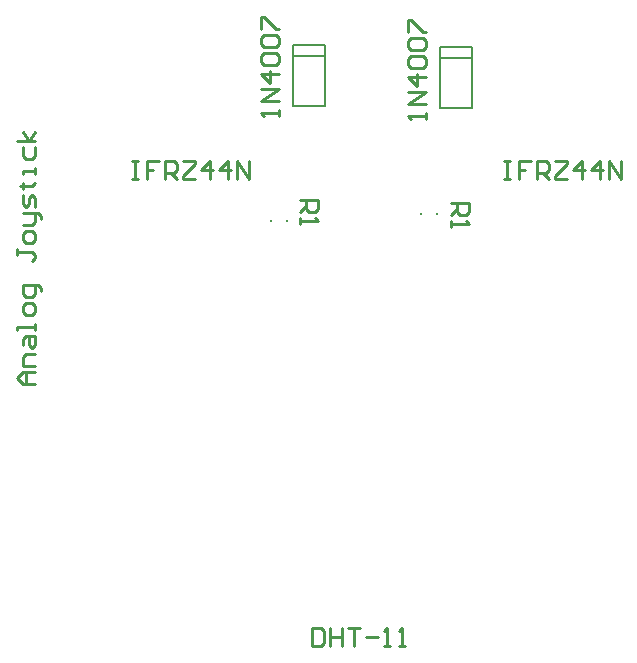
<source format=gto>
G04*
G04 #@! TF.GenerationSoftware,Altium Limited,Altium Designer,25.1.2 (22)*
G04*
G04 Layer_Color=65535*
%FSLAX44Y44*%
%MOMM*%
G71*
G04*
G04 #@! TF.SameCoordinates,396CCE72-0539-44A8-A966-444F56D6D9DB*
G04*
G04*
G04 #@! TF.FilePolarity,Positive*
G04*
G01*
G75*
%ADD10C,0.2000*%
%ADD11C,0.2540*%
D10*
X709780Y751680D02*
Y752680D01*
X722780Y751680D02*
Y752680D01*
X836780Y757690D02*
Y758690D01*
X849780Y757690D02*
Y758690D01*
X728180Y891540D02*
X755180D01*
X728180Y849030D02*
Y901030D01*
Y849030D02*
X755180D01*
Y901030D01*
X728180D02*
X755180D01*
X852640Y890270D02*
X879640D01*
X852640Y847760D02*
Y899760D01*
Y847760D02*
X879640D01*
Y899760D01*
X852640D02*
X879640D01*
D11*
X509524Y613673D02*
X499367D01*
X494289Y618751D01*
X499367Y623830D01*
X509524D01*
X501907D01*
Y613673D01*
X509524Y628908D02*
X499367D01*
Y636526D01*
X501907Y639065D01*
X509524D01*
X499367Y646682D02*
Y651761D01*
X501907Y654300D01*
X509524D01*
Y646682D01*
X506985Y644143D01*
X504446Y646682D01*
Y654300D01*
X509524Y659378D02*
Y664457D01*
Y661917D01*
X494289D01*
Y659378D01*
X509524Y674613D02*
Y679692D01*
X506985Y682231D01*
X501907D01*
X499367Y679692D01*
Y674613D01*
X501907Y672074D01*
X506985D01*
X509524Y674613D01*
X514602Y692388D02*
Y694927D01*
X512063Y697466D01*
X499367D01*
Y689848D01*
X501907Y687309D01*
X506985D01*
X509524Y689848D01*
Y697466D01*
X494289Y727936D02*
Y722858D01*
Y725397D01*
X506985D01*
X509524Y722858D01*
Y720319D01*
X506985Y717779D01*
X509524Y735554D02*
Y740632D01*
X506985Y743171D01*
X501907D01*
X499367Y740632D01*
Y735554D01*
X501907Y733014D01*
X506985D01*
X509524Y735554D01*
X499367Y748250D02*
X506985D01*
X509524Y750789D01*
Y758406D01*
X512063D01*
X514602Y755867D01*
Y753328D01*
X509524Y758406D02*
X499367D01*
X509524Y763485D02*
Y771102D01*
X506985Y773641D01*
X504446Y771102D01*
Y766024D01*
X501907Y763485D01*
X499367Y766024D01*
Y773641D01*
X496828Y781259D02*
X499367D01*
Y778720D01*
Y783798D01*
Y781259D01*
X506985D01*
X509524Y783798D01*
Y791415D02*
Y796494D01*
Y793955D01*
X499367D01*
Y791415D01*
Y814268D02*
Y806651D01*
X501907Y804111D01*
X506985D01*
X509524Y806651D01*
Y814268D01*
Y819346D02*
X494289D01*
X504446D02*
X499367Y826964D01*
X504446Y819346D02*
X509524Y826964D01*
X734062Y769957D02*
X749297D01*
Y762339D01*
X746758Y759800D01*
X741680D01*
X739141Y762339D01*
Y769957D01*
Y764878D02*
X734062Y759800D01*
Y754722D02*
Y749643D01*
Y752182D01*
X749297D01*
X746758Y754722D01*
X862333Y767077D02*
X877568D01*
Y759459D01*
X875028Y756920D01*
X869950D01*
X867411Y759459D01*
Y767077D01*
Y761998D02*
X862333Y756920D01*
Y751842D02*
Y746763D01*
Y749302D01*
X877568D01*
X875028Y751842D01*
X744233Y407668D02*
Y392433D01*
X751850D01*
X754389Y394972D01*
Y405128D01*
X751850Y407668D01*
X744233D01*
X759468D02*
Y392433D01*
Y400050D01*
X769624D01*
Y407668D01*
Y392433D01*
X774703Y407668D02*
X784860D01*
X779781D01*
Y392433D01*
X789938Y400050D02*
X800095D01*
X805173Y392433D02*
X810251D01*
X807712D01*
Y407668D01*
X805173Y405128D01*
X817869Y392433D02*
X822947D01*
X820408D01*
Y407668D01*
X817869Y405128D01*
X716277Y840753D02*
Y845832D01*
Y843293D01*
X701042D01*
X703582Y840753D01*
X716277Y853449D02*
X701042D01*
X716277Y863606D01*
X701042D01*
X716277Y876302D02*
X701042D01*
X708660Y868684D01*
Y878841D01*
X703582Y883920D02*
X701042Y886459D01*
Y891537D01*
X703582Y894076D01*
X713738D01*
X716277Y891537D01*
Y886459D01*
X713738Y883920D01*
X703582D01*
Y899155D02*
X701042Y901694D01*
Y906772D01*
X703582Y909311D01*
X713738D01*
X716277Y906772D01*
Y901694D01*
X713738Y899155D01*
X703582D01*
X701042Y914390D02*
Y924546D01*
X703582D01*
X713738Y914390D01*
X716277D01*
X840738Y838214D02*
Y843292D01*
Y840753D01*
X825502D01*
X828042Y838214D01*
X840738Y850909D02*
X825502D01*
X840738Y861066D01*
X825502D01*
X840738Y873762D02*
X825502D01*
X833120Y866144D01*
Y876301D01*
X828042Y881380D02*
X825502Y883919D01*
Y888997D01*
X828042Y891536D01*
X838198D01*
X840738Y888997D01*
Y883919D01*
X838198Y881380D01*
X828042D01*
Y896615D02*
X825502Y899154D01*
Y904232D01*
X828042Y906771D01*
X838198D01*
X840738Y904232D01*
Y899154D01*
X838198Y896615D01*
X828042D01*
X825502Y911850D02*
Y922007D01*
X828042D01*
X838198Y911850D01*
X840738D01*
X591836Y802637D02*
X596914D01*
X594375D01*
Y787402D01*
X591836D01*
X596914D01*
X614689Y802637D02*
X604532D01*
Y795020D01*
X609610D01*
X604532D01*
Y787402D01*
X619767D02*
Y802637D01*
X627384D01*
X629924Y800098D01*
Y795020D01*
X627384Y792481D01*
X619767D01*
X624845D02*
X629924Y787402D01*
X635002Y802637D02*
X645159D01*
Y800098D01*
X635002Y789942D01*
Y787402D01*
X645159D01*
X657855D02*
Y802637D01*
X650237Y795020D01*
X660394D01*
X673090Y787402D02*
Y802637D01*
X665472Y795020D01*
X675629D01*
X680707Y787402D02*
Y802637D01*
X690864Y787402D01*
Y802637D01*
X906796D02*
X911874D01*
X909335D01*
Y787402D01*
X906796D01*
X911874D01*
X929649Y802637D02*
X919492D01*
Y795020D01*
X924570D01*
X919492D01*
Y787402D01*
X934727D02*
Y802637D01*
X942345D01*
X944884Y800098D01*
Y795020D01*
X942345Y792481D01*
X934727D01*
X939805D02*
X944884Y787402D01*
X949962Y802637D02*
X960119D01*
Y800098D01*
X949962Y789942D01*
Y787402D01*
X960119D01*
X972815D02*
Y802637D01*
X965197Y795020D01*
X975354D01*
X988050Y787402D02*
Y802637D01*
X980432Y795020D01*
X990589D01*
X995667Y787402D02*
Y802637D01*
X1005824Y787402D01*
Y802637D01*
M02*

</source>
